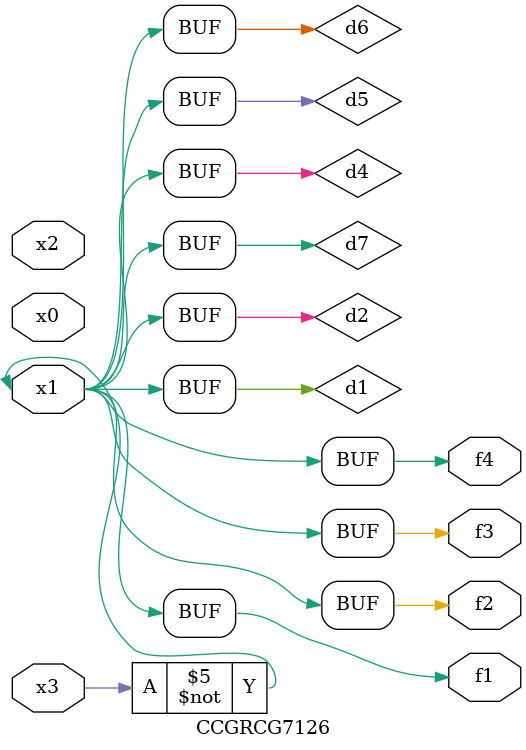
<source format=v>
module CCGRCG7126(
	input x0, x1, x2, x3,
	output f1, f2, f3, f4
);

	wire d1, d2, d3, d4, d5, d6, d7;

	not (d1, x3);
	buf (d2, x1);
	xnor (d3, d1, d2);
	nor (d4, d1);
	buf (d5, d1, d2);
	buf (d6, d4, d5);
	nand (d7, d4);
	assign f1 = d6;
	assign f2 = d7;
	assign f3 = d6;
	assign f4 = d6;
endmodule

</source>
